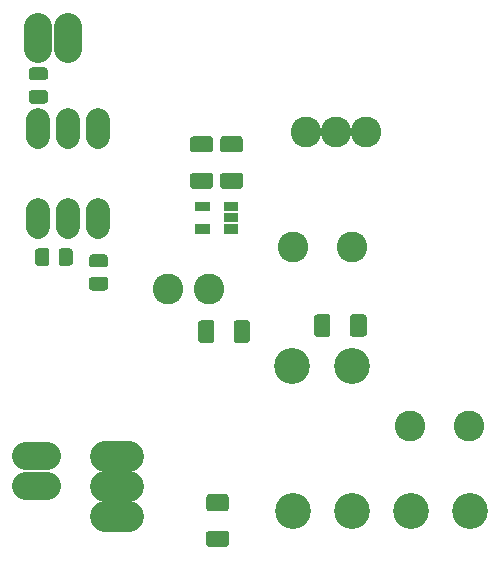
<source format=gbr>
%FSLAX32Y32*%
%MOMM*%
%LNLOETSTOP1*%
G71*
G01*
%ADD10C, 2.00*%
%ADD11C, 2.60*%
%ADD12C, 2.60*%
%ADD13C, 3.04*%
%ADD14C, 2.40*%
%ADD15C, 0.20*%
%LPD*%
G54D10*
X809Y3974D02*
X809Y3834D01*
G54D10*
X1063Y3975D02*
X1063Y3835D01*
G54D10*
X1317Y3975D02*
X1317Y3835D01*
G54D10*
X1317Y3213D02*
X1317Y3073D01*
G54D10*
X1063Y3213D02*
X1063Y3073D01*
G54D10*
X809Y3212D02*
X809Y3072D01*
G36*
X2138Y3015D02*
X2138Y3095D01*
X2258Y3095D01*
X2258Y3015D01*
X2138Y3015D01*
G37*
G36*
X2138Y3205D02*
X2138Y3285D01*
X2258Y3285D01*
X2258Y3205D01*
X2138Y3205D01*
G37*
G36*
X2376Y3015D02*
X2376Y3095D01*
X2496Y3095D01*
X2496Y3015D01*
X2376Y3015D01*
G37*
G36*
X2376Y3205D02*
X2376Y3285D01*
X2496Y3285D01*
X2496Y3205D01*
X2376Y3205D01*
G37*
G36*
X2376Y3110D02*
X2376Y3190D01*
X2496Y3190D01*
X2496Y3110D01*
X2376Y3110D01*
G37*
G54D11*
X1368Y1134D02*
X1568Y1134D01*
G54D11*
X1368Y880D02*
X1568Y880D01*
G54D11*
X1368Y626D02*
X1568Y626D01*
X3072Y3873D02*
G54D12*
D03*
X3326Y3873D02*
G54D12*
D03*
X3580Y3873D02*
G54D12*
D03*
X3466Y2897D02*
G54D12*
D03*
X2966Y2897D02*
G54D12*
D03*
X2961Y666D02*
G54D13*
D03*
X3461Y666D02*
G54D13*
D03*
X3961Y666D02*
G54D13*
D03*
X4461Y666D02*
G54D13*
D03*
G54D14*
X1062Y4580D02*
X1062Y4760D01*
G54D14*
X808Y4580D02*
X808Y4760D01*
G36*
X2374Y3400D02*
X2354Y3420D01*
X2354Y3510D01*
X2364Y3520D01*
X2524Y3520D01*
X2534Y3510D01*
X2534Y3420D01*
X2514Y3400D01*
X2374Y3400D01*
G37*
G54D15*
X2374Y3400D02*
X2354Y3420D01*
X2354Y3510D01*
X2364Y3520D01*
X2524Y3520D01*
X2534Y3510D01*
X2534Y3420D01*
X2514Y3400D01*
X2374Y3400D01*
G36*
X2369Y3710D02*
X2364Y3710D01*
X2354Y3720D01*
X2354Y3810D01*
X2374Y3830D01*
X2514Y3830D01*
X2534Y3810D01*
X2534Y3720D01*
X2524Y3710D01*
X2369Y3710D01*
G37*
G54D15*
X2369Y3710D02*
X2364Y3710D01*
X2354Y3720D01*
X2354Y3810D01*
X2374Y3830D01*
X2514Y3830D01*
X2534Y3810D01*
X2534Y3720D01*
X2524Y3710D01*
X2369Y3710D01*
G36*
X2389Y3405D02*
X2389Y3505D01*
X2499Y3505D01*
X2499Y3405D01*
X2389Y3405D01*
G37*
G36*
X2384Y3725D02*
X2384Y3825D01*
X2494Y3825D01*
X2494Y3725D01*
X2384Y3725D01*
G37*
G36*
X758Y4119D02*
X738Y4139D01*
X738Y4209D01*
X748Y4219D01*
X868Y4219D01*
X878Y4209D01*
X878Y4139D01*
X858Y4119D01*
X758Y4119D01*
G37*
G54D15*
X758Y4119D02*
X738Y4139D01*
X738Y4209D01*
X748Y4219D01*
X868Y4219D01*
X878Y4209D01*
X878Y4139D01*
X858Y4119D01*
X758Y4119D01*
G36*
X748Y4319D02*
X738Y4329D01*
X738Y4399D01*
X758Y4419D01*
X858Y4419D01*
X878Y4399D01*
X878Y4329D01*
X868Y4319D01*
X748Y4319D01*
G37*
G54D15*
X748Y4319D02*
X738Y4329D01*
X738Y4399D01*
X758Y4419D01*
X858Y4419D01*
X878Y4399D01*
X878Y4329D01*
X868Y4319D01*
X748Y4319D01*
G36*
X773Y4135D02*
X773Y4205D01*
X843Y4205D01*
X843Y4135D01*
X773Y4135D01*
G37*
G36*
X773Y4335D02*
X773Y4405D01*
X843Y4405D01*
X843Y4335D01*
X773Y4335D01*
G37*
G36*
X1089Y2768D02*
X1069Y2748D01*
X999Y2748D01*
X989Y2758D01*
X989Y2878D01*
X999Y2888D01*
X1069Y2888D01*
X1089Y2868D01*
X1089Y2768D01*
G37*
G54D15*
X1089Y2768D02*
X1069Y2748D01*
X999Y2748D01*
X989Y2758D01*
X989Y2878D01*
X999Y2888D01*
X1069Y2888D01*
X1089Y2868D01*
X1089Y2768D01*
G36*
X889Y2758D02*
X879Y2748D01*
X809Y2748D01*
X789Y2768D01*
X789Y2868D01*
X809Y2888D01*
X879Y2888D01*
X889Y2878D01*
X889Y2758D01*
G37*
G54D15*
X889Y2758D02*
X879Y2748D01*
X809Y2748D01*
X789Y2768D01*
X789Y2868D01*
X809Y2888D01*
X879Y2888D01*
X889Y2878D01*
X889Y2758D01*
G36*
X1075Y2782D02*
X1005Y2782D01*
X1005Y2852D01*
X1075Y2852D01*
X1075Y2782D01*
G37*
G36*
X875Y2782D02*
X805Y2782D01*
X805Y2852D01*
X875Y2852D01*
X875Y2782D01*
G37*
G36*
X1267Y2536D02*
X1247Y2556D01*
X1247Y2626D01*
X1257Y2636D01*
X1377Y2636D01*
X1387Y2626D01*
X1387Y2556D01*
X1367Y2536D01*
X1267Y2536D01*
G37*
G54D15*
X1267Y2536D02*
X1247Y2556D01*
X1247Y2626D01*
X1257Y2636D01*
X1377Y2636D01*
X1387Y2626D01*
X1387Y2556D01*
X1367Y2536D01*
X1267Y2536D01*
G36*
X1257Y2736D02*
X1247Y2746D01*
X1247Y2816D01*
X1267Y2836D01*
X1367Y2836D01*
X1387Y2816D01*
X1387Y2746D01*
X1377Y2736D01*
X1257Y2736D01*
G37*
G54D15*
X1257Y2736D02*
X1247Y2746D01*
X1247Y2816D01*
X1267Y2836D01*
X1367Y2836D01*
X1387Y2816D01*
X1387Y2746D01*
X1377Y2736D01*
X1257Y2736D01*
G36*
X1282Y2552D02*
X1282Y2622D01*
X1352Y2622D01*
X1352Y2552D01*
X1282Y2552D01*
G37*
G36*
X1282Y2752D02*
X1282Y2822D01*
X1352Y2822D01*
X1352Y2752D01*
X1282Y2752D01*
G37*
X2254Y2547D02*
G54D12*
D03*
X1904Y2547D02*
G54D12*
D03*
X2952Y1895D02*
G54D13*
D03*
X3460Y1895D02*
G54D13*
D03*
X4458Y1386D02*
G54D12*
D03*
X3958Y1386D02*
G54D12*
D03*
G36*
X2120Y3401D02*
X2100Y3421D01*
X2100Y3511D01*
X2110Y3521D01*
X2270Y3521D01*
X2280Y3511D01*
X2280Y3421D01*
X2260Y3401D01*
X2120Y3401D01*
G37*
G54D15*
X2120Y3401D02*
X2100Y3421D01*
X2100Y3511D01*
X2110Y3521D01*
X2270Y3521D01*
X2280Y3511D01*
X2280Y3421D01*
X2260Y3401D01*
X2120Y3401D01*
G36*
X2115Y3711D02*
X2110Y3711D01*
X2100Y3721D01*
X2100Y3811D01*
X2120Y3831D01*
X2260Y3831D01*
X2280Y3811D01*
X2280Y3721D01*
X2270Y3711D01*
X2115Y3711D01*
G37*
G54D15*
X2115Y3711D02*
X2110Y3711D01*
X2100Y3721D01*
X2100Y3811D01*
X2120Y3831D01*
X2260Y3831D01*
X2280Y3811D01*
X2280Y3721D01*
X2270Y3711D01*
X2115Y3711D01*
G36*
X2135Y3405D02*
X2135Y3505D01*
X2245Y3505D01*
X2245Y3405D01*
X2135Y3405D01*
G37*
G36*
X2130Y3725D02*
X2130Y3825D01*
X2240Y3825D01*
X2240Y3725D01*
X2130Y3725D01*
G37*
G54D14*
X884Y880D02*
X704Y880D01*
G54D14*
X884Y1134D02*
X704Y1134D01*
G36*
X2255Y368D02*
X2235Y388D01*
X2235Y478D01*
X2245Y488D01*
X2405Y488D01*
X2415Y478D01*
X2415Y388D01*
X2395Y368D01*
X2255Y368D01*
G37*
G54D15*
X2255Y368D02*
X2235Y388D01*
X2235Y478D01*
X2245Y488D01*
X2405Y488D01*
X2415Y478D01*
X2415Y388D01*
X2395Y368D01*
X2255Y368D01*
G36*
X2250Y678D02*
X2245Y678D01*
X2235Y688D01*
X2235Y778D01*
X2255Y798D01*
X2395Y798D01*
X2415Y778D01*
X2415Y688D01*
X2405Y678D01*
X2250Y678D01*
G37*
G54D15*
X2250Y678D02*
X2245Y678D01*
X2235Y688D01*
X2235Y778D01*
X2255Y798D01*
X2395Y798D01*
X2415Y778D01*
X2415Y688D01*
X2405Y678D01*
X2250Y678D01*
G36*
X2270Y373D02*
X2270Y473D01*
X2380Y473D01*
X2380Y373D01*
X2270Y373D01*
G37*
G36*
X2265Y693D02*
X2265Y793D01*
X2375Y793D01*
X2375Y693D01*
X2265Y693D01*
G37*
G36*
X2595Y2117D02*
X2575Y2097D01*
X2485Y2097D01*
X2475Y2107D01*
X2475Y2267D01*
X2485Y2277D01*
X2575Y2277D01*
X2595Y2257D01*
X2595Y2117D01*
G37*
G54D15*
X2595Y2117D02*
X2575Y2097D01*
X2485Y2097D01*
X2475Y2107D01*
X2475Y2267D01*
X2485Y2277D01*
X2575Y2277D01*
X2595Y2257D01*
X2595Y2117D01*
G36*
X2285Y2112D02*
X2285Y2107D01*
X2275Y2097D01*
X2185Y2097D01*
X2165Y2117D01*
X2165Y2257D01*
X2185Y2277D01*
X2275Y2277D01*
X2285Y2267D01*
X2285Y2112D01*
G37*
G54D15*
X2285Y2112D02*
X2285Y2107D01*
X2275Y2097D01*
X2185Y2097D01*
X2165Y2117D01*
X2165Y2257D01*
X2185Y2277D01*
X2275Y2277D01*
X2285Y2267D01*
X2285Y2112D01*
G36*
X2591Y2132D02*
X2491Y2132D01*
X2491Y2242D01*
X2591Y2242D01*
X2591Y2132D01*
G37*
G36*
X2271Y2127D02*
X2171Y2127D01*
X2171Y2237D01*
X2271Y2237D01*
X2271Y2127D01*
G37*
G36*
X3149Y2304D02*
X3169Y2324D01*
X3259Y2324D01*
X3269Y2314D01*
X3269Y2154D01*
X3259Y2144D01*
X3169Y2144D01*
X3149Y2164D01*
X3149Y2304D01*
G37*
G54D15*
X3149Y2304D02*
X3169Y2324D01*
X3259Y2324D01*
X3269Y2314D01*
X3269Y2154D01*
X3259Y2144D01*
X3169Y2144D01*
X3149Y2164D01*
X3149Y2304D01*
G36*
X3459Y2309D02*
X3459Y2314D01*
X3469Y2324D01*
X3559Y2324D01*
X3579Y2304D01*
X3579Y2164D01*
X3559Y2144D01*
X3469Y2144D01*
X3459Y2154D01*
X3459Y2309D01*
G37*
G54D15*
X3459Y2309D02*
X3459Y2314D01*
X3469Y2324D01*
X3559Y2324D01*
X3579Y2304D01*
X3579Y2164D01*
X3559Y2144D01*
X3469Y2144D01*
X3459Y2154D01*
X3459Y2309D01*
G36*
X3155Y2289D02*
X3255Y2289D01*
X3255Y2179D01*
X3155Y2179D01*
X3155Y2289D01*
G37*
G36*
X3475Y2294D02*
X3575Y2294D01*
X3575Y2184D01*
X3475Y2184D01*
X3475Y2294D01*
G37*
M02*

</source>
